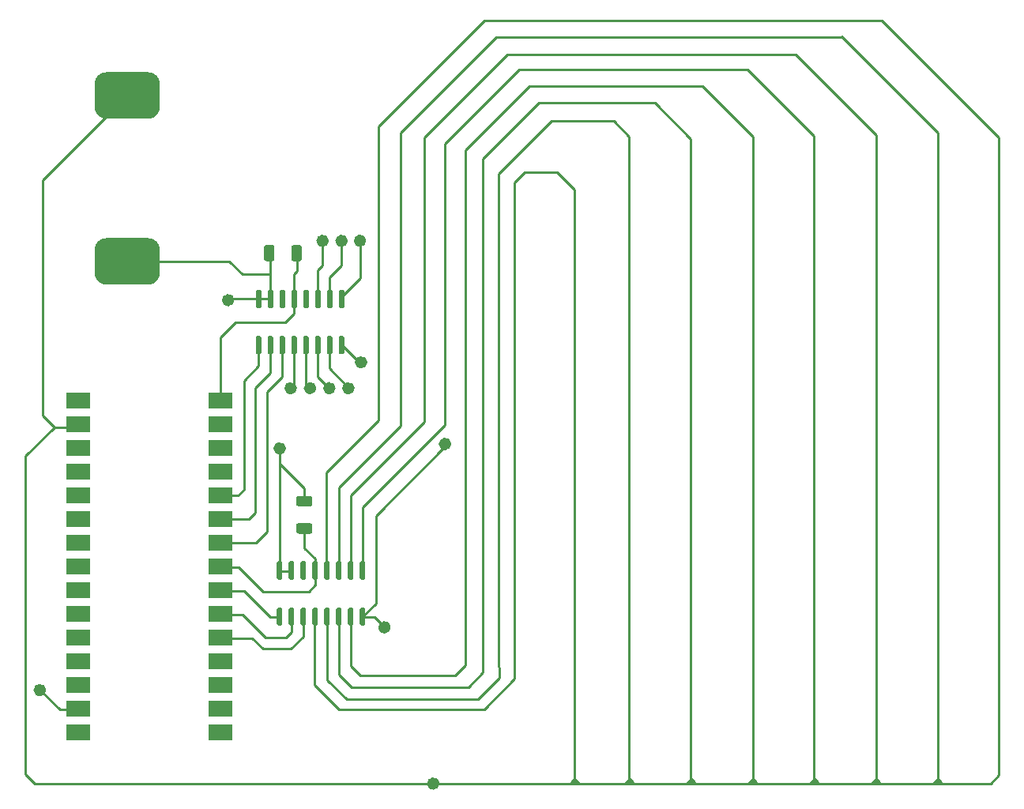
<source format=gbr>
%TF.GenerationSoftware,KiCad,Pcbnew,(6.0.7)*%
%TF.CreationDate,2022-11-27T12:28:35-05:00*%
%TF.ProjectId,double_layer_prototype,646f7562-6c65-45f6-9c61-7965725f7072,rev?*%
%TF.SameCoordinates,Original*%
%TF.FileFunction,Copper,L1,Top*%
%TF.FilePolarity,Positive*%
%FSLAX46Y46*%
G04 Gerber Fmt 4.6, Leading zero omitted, Abs format (unit mm)*
G04 Created by KiCad (PCBNEW (6.0.7)) date 2022-11-27 12:28:35*
%MOMM*%
%LPD*%
G01*
G04 APERTURE LIST*
%TA.AperFunction,NonConductor*%
%ADD10C,0.667961*%
%TD*%
%TA.AperFunction,SMDPad,CuDef*%
%ADD11R,2.500000X1.750000*%
%TD*%
%TA.AperFunction,ViaPad*%
%ADD12C,0.710000*%
%TD*%
%TA.AperFunction,Conductor*%
%ADD13C,0.250000*%
%TD*%
G04 APERTURE END LIST*
D10*
X79023180Y-93005639D02*
G75*
G03*
X79023180Y-93005639I-333980J0D01*
G01*
X75610419Y-108804439D02*
G75*
G03*
X75610419Y-108804439I-333980J0D01*
G01*
X81791780Y-108804439D02*
G75*
G03*
X81791780Y-108804439I-333980J0D01*
G01*
X68904819Y-99364800D02*
G75*
G03*
X68904819Y-99364800I-333980J0D01*
G01*
X77676980Y-108804439D02*
G75*
G03*
X77676980Y-108804439I-333980J0D01*
G01*
X81062258Y-93014800D02*
G75*
G03*
X81062258Y-93014800I-333980J0D01*
G01*
X48723751Y-141158581D02*
G75*
G03*
X48723751Y-141158581I-333980J0D01*
G01*
X83154219Y-106019600D02*
G75*
G03*
X83154219Y-106019600I-333980J0D01*
G01*
X85661741Y-134442200D02*
G75*
G03*
X85661741Y-134442200I-333980J0D01*
G01*
X83036380Y-93005639D02*
G75*
G03*
X83036380Y-93005639I-333980J0D01*
G01*
X90884980Y-151171639D02*
G75*
G03*
X90884980Y-151171639I-333980J0D01*
G01*
X74425780Y-115256039D02*
G75*
G03*
X74425780Y-115256039I-333980J0D01*
G01*
X92145819Y-114782600D02*
G75*
G03*
X92145819Y-114782600I-333980J0D01*
G01*
X79750619Y-108804439D02*
G75*
G03*
X79750619Y-108804439I-333980J0D01*
G01*
%TO.P,U1,1,D3*%
%TO.N,unconnected-(U1-Pad1)*%
%TA.AperFunction,SMDPad,CuDef*%
G36*
G01*
X82831800Y-127360000D02*
X83131800Y-127360000D01*
G75*
G02*
X83281800Y-127510000I0J-150000D01*
G01*
X83281800Y-129160000D01*
G75*
G02*
X83131800Y-129310000I-150000J0D01*
G01*
X82831800Y-129310000D01*
G75*
G02*
X82681800Y-129160000I0J150000D01*
G01*
X82681800Y-127510000D01*
G75*
G02*
X82831800Y-127360000I150000J0D01*
G01*
G37*
%TD.AperFunction*%
%TO.P,U1,2,D2*%
%TO.N,unconnected-(U1-Pad2)*%
%TA.AperFunction,SMDPad,CuDef*%
G36*
G01*
X81561800Y-127360000D02*
X81861800Y-127360000D01*
G75*
G02*
X82011800Y-127510000I0J-150000D01*
G01*
X82011800Y-129160000D01*
G75*
G02*
X81861800Y-129310000I-150000J0D01*
G01*
X81561800Y-129310000D01*
G75*
G02*
X81411800Y-129160000I0J150000D01*
G01*
X81411800Y-127510000D01*
G75*
G02*
X81561800Y-127360000I150000J0D01*
G01*
G37*
%TD.AperFunction*%
%TO.P,U1,3,D1*%
%TO.N,unconnected-(U1-Pad3)*%
%TA.AperFunction,SMDPad,CuDef*%
G36*
G01*
X80291800Y-127360000D02*
X80591800Y-127360000D01*
G75*
G02*
X80741800Y-127510000I0J-150000D01*
G01*
X80741800Y-129160000D01*
G75*
G02*
X80591800Y-129310000I-150000J0D01*
G01*
X80291800Y-129310000D01*
G75*
G02*
X80141800Y-129160000I0J150000D01*
G01*
X80141800Y-127510000D01*
G75*
G02*
X80291800Y-127360000I150000J0D01*
G01*
G37*
%TD.AperFunction*%
%TO.P,U1,4,D0*%
%TO.N,unconnected-(U1-Pad4)*%
%TA.AperFunction,SMDPad,CuDef*%
G36*
G01*
X79021800Y-127360000D02*
X79321800Y-127360000D01*
G75*
G02*
X79471800Y-127510000I0J-150000D01*
G01*
X79471800Y-129160000D01*
G75*
G02*
X79321800Y-129310000I-150000J0D01*
G01*
X79021800Y-129310000D01*
G75*
G02*
X78871800Y-129160000I0J150000D01*
G01*
X78871800Y-127510000D01*
G75*
G02*
X79021800Y-127360000I150000J0D01*
G01*
G37*
%TD.AperFunction*%
%TO.P,U1,5,Y*%
%TO.N,Net-(A1-Pad8)*%
%TA.AperFunction,SMDPad,CuDef*%
G36*
G01*
X77751800Y-127360000D02*
X78051800Y-127360000D01*
G75*
G02*
X78201800Y-127510000I0J-150000D01*
G01*
X78201800Y-129160000D01*
G75*
G02*
X78051800Y-129310000I-150000J0D01*
G01*
X77751800Y-129310000D01*
G75*
G02*
X77601800Y-129160000I0J150000D01*
G01*
X77601800Y-127510000D01*
G75*
G02*
X77751800Y-127360000I150000J0D01*
G01*
G37*
%TD.AperFunction*%
%TO.P,U1,6,W*%
%TO.N,unconnected-(U1-Pad6)*%
%TA.AperFunction,SMDPad,CuDef*%
G36*
G01*
X76481800Y-127360000D02*
X76781800Y-127360000D01*
G75*
G02*
X76931800Y-127510000I0J-150000D01*
G01*
X76931800Y-129160000D01*
G75*
G02*
X76781800Y-129310000I-150000J0D01*
G01*
X76481800Y-129310000D01*
G75*
G02*
X76331800Y-129160000I0J150000D01*
G01*
X76331800Y-127510000D01*
G75*
G02*
X76481800Y-127360000I150000J0D01*
G01*
G37*
%TD.AperFunction*%
%TO.P,U1,7,G'*%
%TO.N,GND*%
%TA.AperFunction,SMDPad,CuDef*%
G36*
G01*
X75211800Y-127360000D02*
X75511800Y-127360000D01*
G75*
G02*
X75661800Y-127510000I0J-150000D01*
G01*
X75661800Y-129160000D01*
G75*
G02*
X75511800Y-129310000I-150000J0D01*
G01*
X75211800Y-129310000D01*
G75*
G02*
X75061800Y-129160000I0J150000D01*
G01*
X75061800Y-127510000D01*
G75*
G02*
X75211800Y-127360000I150000J0D01*
G01*
G37*
%TD.AperFunction*%
%TO.P,U1,8,GND*%
%TA.AperFunction,SMDPad,CuDef*%
G36*
G01*
X73941800Y-127360000D02*
X74241800Y-127360000D01*
G75*
G02*
X74391800Y-127510000I0J-150000D01*
G01*
X74391800Y-129160000D01*
G75*
G02*
X74241800Y-129310000I-150000J0D01*
G01*
X73941800Y-129310000D01*
G75*
G02*
X73791800Y-129160000I0J150000D01*
G01*
X73791800Y-127510000D01*
G75*
G02*
X73941800Y-127360000I150000J0D01*
G01*
G37*
%TD.AperFunction*%
%TO.P,U1,9,C*%
%TO.N,Net-(A1-Pad7)*%
%TA.AperFunction,SMDPad,CuDef*%
G36*
G01*
X73941800Y-132310000D02*
X74241800Y-132310000D01*
G75*
G02*
X74391800Y-132460000I0J-150000D01*
G01*
X74391800Y-134110000D01*
G75*
G02*
X74241800Y-134260000I-150000J0D01*
G01*
X73941800Y-134260000D01*
G75*
G02*
X73791800Y-134110000I0J150000D01*
G01*
X73791800Y-132460000D01*
G75*
G02*
X73941800Y-132310000I150000J0D01*
G01*
G37*
%TD.AperFunction*%
%TO.P,U1,10,B*%
%TO.N,Net-(A1-Pad6)*%
%TA.AperFunction,SMDPad,CuDef*%
G36*
G01*
X75211800Y-132310000D02*
X75511800Y-132310000D01*
G75*
G02*
X75661800Y-132460000I0J-150000D01*
G01*
X75661800Y-134110000D01*
G75*
G02*
X75511800Y-134260000I-150000J0D01*
G01*
X75211800Y-134260000D01*
G75*
G02*
X75061800Y-134110000I0J150000D01*
G01*
X75061800Y-132460000D01*
G75*
G02*
X75211800Y-132310000I150000J0D01*
G01*
G37*
%TD.AperFunction*%
%TO.P,U1,11,A*%
%TO.N,Net-(A1-Pad5)*%
%TA.AperFunction,SMDPad,CuDef*%
G36*
G01*
X76481800Y-132310000D02*
X76781800Y-132310000D01*
G75*
G02*
X76931800Y-132460000I0J-150000D01*
G01*
X76931800Y-134110000D01*
G75*
G02*
X76781800Y-134260000I-150000J0D01*
G01*
X76481800Y-134260000D01*
G75*
G02*
X76331800Y-134110000I0J150000D01*
G01*
X76331800Y-132460000D01*
G75*
G02*
X76481800Y-132310000I150000J0D01*
G01*
G37*
%TD.AperFunction*%
%TO.P,U1,12,D7*%
%TO.N,unconnected-(U1-Pad12)*%
%TA.AperFunction,SMDPad,CuDef*%
G36*
G01*
X77751800Y-132310000D02*
X78051800Y-132310000D01*
G75*
G02*
X78201800Y-132460000I0J-150000D01*
G01*
X78201800Y-134110000D01*
G75*
G02*
X78051800Y-134260000I-150000J0D01*
G01*
X77751800Y-134260000D01*
G75*
G02*
X77601800Y-134110000I0J150000D01*
G01*
X77601800Y-132460000D01*
G75*
G02*
X77751800Y-132310000I150000J0D01*
G01*
G37*
%TD.AperFunction*%
%TO.P,U1,13,D6*%
%TO.N,unconnected-(U1-Pad13)*%
%TA.AperFunction,SMDPad,CuDef*%
G36*
G01*
X79021800Y-132310000D02*
X79321800Y-132310000D01*
G75*
G02*
X79471800Y-132460000I0J-150000D01*
G01*
X79471800Y-134110000D01*
G75*
G02*
X79321800Y-134260000I-150000J0D01*
G01*
X79021800Y-134260000D01*
G75*
G02*
X78871800Y-134110000I0J150000D01*
G01*
X78871800Y-132460000D01*
G75*
G02*
X79021800Y-132310000I150000J0D01*
G01*
G37*
%TD.AperFunction*%
%TO.P,U1,14,D5*%
%TO.N,unconnected-(U1-Pad14)*%
%TA.AperFunction,SMDPad,CuDef*%
G36*
G01*
X80291800Y-132310000D02*
X80591800Y-132310000D01*
G75*
G02*
X80741800Y-132460000I0J-150000D01*
G01*
X80741800Y-134110000D01*
G75*
G02*
X80591800Y-134260000I-150000J0D01*
G01*
X80291800Y-134260000D01*
G75*
G02*
X80141800Y-134110000I0J150000D01*
G01*
X80141800Y-132460000D01*
G75*
G02*
X80291800Y-132310000I150000J0D01*
G01*
G37*
%TD.AperFunction*%
%TO.P,U1,15,D4*%
%TO.N,unconnected-(U1-Pad15)*%
%TA.AperFunction,SMDPad,CuDef*%
G36*
G01*
X81561800Y-132310000D02*
X81861800Y-132310000D01*
G75*
G02*
X82011800Y-132460000I0J-150000D01*
G01*
X82011800Y-134110000D01*
G75*
G02*
X81861800Y-134260000I-150000J0D01*
G01*
X81561800Y-134260000D01*
G75*
G02*
X81411800Y-134110000I0J150000D01*
G01*
X81411800Y-132460000D01*
G75*
G02*
X81561800Y-132310000I150000J0D01*
G01*
G37*
%TD.AperFunction*%
%TO.P,U1,16,Vcc*%
%TO.N,Net-(A1-Pad17)*%
%TA.AperFunction,SMDPad,CuDef*%
G36*
G01*
X82831800Y-132310000D02*
X83131800Y-132310000D01*
G75*
G02*
X83281800Y-132460000I0J-150000D01*
G01*
X83281800Y-134110000D01*
G75*
G02*
X83131800Y-134260000I-150000J0D01*
G01*
X82831800Y-134260000D01*
G75*
G02*
X82681800Y-134110000I0J150000D01*
G01*
X82681800Y-132460000D01*
G75*
G02*
X82831800Y-132310000I150000J0D01*
G01*
G37*
%TD.AperFunction*%
%TD*%
%TO.P,R2,1*%
%TO.N,Net-(A1-Pad8)*%
%TA.AperFunction,SMDPad,CuDef*%
G36*
G01*
X77358400Y-124402200D02*
X76108400Y-124402200D01*
G75*
G02*
X75858400Y-124152200I0J250000D01*
G01*
X75858400Y-123527200D01*
G75*
G02*
X76108400Y-123277200I250000J0D01*
G01*
X77358400Y-123277200D01*
G75*
G02*
X77608400Y-123527200I0J-250000D01*
G01*
X77608400Y-124152200D01*
G75*
G02*
X77358400Y-124402200I-250000J0D01*
G01*
G37*
%TD.AperFunction*%
%TO.P,R2,2*%
%TO.N,GND*%
%TA.AperFunction,SMDPad,CuDef*%
G36*
G01*
X77358400Y-121477200D02*
X76108400Y-121477200D01*
G75*
G02*
X75858400Y-121227200I0J250000D01*
G01*
X75858400Y-120602200D01*
G75*
G02*
X76108400Y-120352200I250000J0D01*
G01*
X77358400Y-120352200D01*
G75*
G02*
X77608400Y-120602200I0J-250000D01*
G01*
X77608400Y-121227200D01*
G75*
G02*
X77358400Y-121477200I-250000J0D01*
G01*
G37*
%TD.AperFunction*%
%TD*%
%TO.P,J1,1,Pin_1*%
%TO.N,GND*%
%TA.AperFunction,SMDPad,CuDef*%
G36*
G01*
X60009600Y-97724600D02*
X55509600Y-97724600D01*
G75*
G02*
X54259600Y-96474600I0J1250000D01*
G01*
X54259600Y-93974600D01*
G75*
G02*
X55509600Y-92724600I1250000J0D01*
G01*
X60009600Y-92724600D01*
G75*
G02*
X61259600Y-93974600I0J-1250000D01*
G01*
X61259600Y-96474600D01*
G75*
G02*
X60009600Y-97724600I-1250000J0D01*
G01*
G37*
%TD.AperFunction*%
%TO.P,J1,2,Pin_2*%
%TO.N,Net-(A1-Pad17)*%
%TA.AperFunction,SMDPad,CuDef*%
G36*
G01*
X60009600Y-79944600D02*
X55509600Y-79944600D01*
G75*
G02*
X54259600Y-78694600I0J1250000D01*
G01*
X54259600Y-76194600D01*
G75*
G02*
X55509600Y-74944600I1250000J0D01*
G01*
X60009600Y-74944600D01*
G75*
G02*
X61259600Y-76194600I0J-1250000D01*
G01*
X61259600Y-78694600D01*
G75*
G02*
X60009600Y-79944600I-1250000J0D01*
G01*
G37*
%TD.AperFunction*%
%TD*%
%TO.P,R1,1*%
%TO.N,GND*%
%TA.AperFunction,SMDPad,CuDef*%
G36*
G01*
X72422400Y-94960600D02*
X72422400Y-93710600D01*
G75*
G02*
X72672400Y-93460600I250000J0D01*
G01*
X73297400Y-93460600D01*
G75*
G02*
X73547400Y-93710600I0J-250000D01*
G01*
X73547400Y-94960600D01*
G75*
G02*
X73297400Y-95210600I-250000J0D01*
G01*
X72672400Y-95210600D01*
G75*
G02*
X72422400Y-94960600I0J250000D01*
G01*
G37*
%TD.AperFunction*%
%TO.P,R1,2*%
%TO.N,Net-(A1-Pad15)*%
%TA.AperFunction,SMDPad,CuDef*%
G36*
G01*
X75347400Y-94960600D02*
X75347400Y-93710600D01*
G75*
G02*
X75597400Y-93460600I250000J0D01*
G01*
X76222400Y-93460600D01*
G75*
G02*
X76472400Y-93710600I0J-250000D01*
G01*
X76472400Y-94960600D01*
G75*
G02*
X76222400Y-95210600I-250000J0D01*
G01*
X75597400Y-95210600D01*
G75*
G02*
X75347400Y-94960600I0J250000D01*
G01*
G37*
%TD.AperFunction*%
%TD*%
%TO.P,U2,1,D3*%
%TO.N,unconnected-(U2-Pad1)*%
%TA.AperFunction,SMDPad,CuDef*%
G36*
G01*
X80571200Y-98277000D02*
X80871200Y-98277000D01*
G75*
G02*
X81021200Y-98427000I0J-150000D01*
G01*
X81021200Y-100077000D01*
G75*
G02*
X80871200Y-100227000I-150000J0D01*
G01*
X80571200Y-100227000D01*
G75*
G02*
X80421200Y-100077000I0J150000D01*
G01*
X80421200Y-98427000D01*
G75*
G02*
X80571200Y-98277000I150000J0D01*
G01*
G37*
%TD.AperFunction*%
%TO.P,U2,2,D2*%
%TO.N,unconnected-(U2-Pad2)*%
%TA.AperFunction,SMDPad,CuDef*%
G36*
G01*
X79301200Y-98277000D02*
X79601200Y-98277000D01*
G75*
G02*
X79751200Y-98427000I0J-150000D01*
G01*
X79751200Y-100077000D01*
G75*
G02*
X79601200Y-100227000I-150000J0D01*
G01*
X79301200Y-100227000D01*
G75*
G02*
X79151200Y-100077000I0J150000D01*
G01*
X79151200Y-98427000D01*
G75*
G02*
X79301200Y-98277000I150000J0D01*
G01*
G37*
%TD.AperFunction*%
%TO.P,U2,3,D1*%
%TO.N,unconnected-(U2-Pad3)*%
%TA.AperFunction,SMDPad,CuDef*%
G36*
G01*
X78031200Y-98277000D02*
X78331200Y-98277000D01*
G75*
G02*
X78481200Y-98427000I0J-150000D01*
G01*
X78481200Y-100077000D01*
G75*
G02*
X78331200Y-100227000I-150000J0D01*
G01*
X78031200Y-100227000D01*
G75*
G02*
X77881200Y-100077000I0J150000D01*
G01*
X77881200Y-98427000D01*
G75*
G02*
X78031200Y-98277000I150000J0D01*
G01*
G37*
%TD.AperFunction*%
%TO.P,U2,4,D0*%
%TO.N,unconnected-(U2-Pad4)*%
%TA.AperFunction,SMDPad,CuDef*%
G36*
G01*
X76761200Y-98277000D02*
X77061200Y-98277000D01*
G75*
G02*
X77211200Y-98427000I0J-150000D01*
G01*
X77211200Y-100077000D01*
G75*
G02*
X77061200Y-100227000I-150000J0D01*
G01*
X76761200Y-100227000D01*
G75*
G02*
X76611200Y-100077000I0J150000D01*
G01*
X76611200Y-98427000D01*
G75*
G02*
X76761200Y-98277000I150000J0D01*
G01*
G37*
%TD.AperFunction*%
%TO.P,U2,5,Y*%
%TO.N,Net-(A1-Pad15)*%
%TA.AperFunction,SMDPad,CuDef*%
G36*
G01*
X75491200Y-98277000D02*
X75791200Y-98277000D01*
G75*
G02*
X75941200Y-98427000I0J-150000D01*
G01*
X75941200Y-100077000D01*
G75*
G02*
X75791200Y-100227000I-150000J0D01*
G01*
X75491200Y-100227000D01*
G75*
G02*
X75341200Y-100077000I0J150000D01*
G01*
X75341200Y-98427000D01*
G75*
G02*
X75491200Y-98277000I150000J0D01*
G01*
G37*
%TD.AperFunction*%
%TO.P,U2,6,W*%
%TO.N,unconnected-(U2-Pad6)*%
%TA.AperFunction,SMDPad,CuDef*%
G36*
G01*
X74221200Y-98277000D02*
X74521200Y-98277000D01*
G75*
G02*
X74671200Y-98427000I0J-150000D01*
G01*
X74671200Y-100077000D01*
G75*
G02*
X74521200Y-100227000I-150000J0D01*
G01*
X74221200Y-100227000D01*
G75*
G02*
X74071200Y-100077000I0J150000D01*
G01*
X74071200Y-98427000D01*
G75*
G02*
X74221200Y-98277000I150000J0D01*
G01*
G37*
%TD.AperFunction*%
%TO.P,U2,7,G'*%
%TO.N,GND*%
%TA.AperFunction,SMDPad,CuDef*%
G36*
G01*
X72951200Y-98277000D02*
X73251200Y-98277000D01*
G75*
G02*
X73401200Y-98427000I0J-150000D01*
G01*
X73401200Y-100077000D01*
G75*
G02*
X73251200Y-100227000I-150000J0D01*
G01*
X72951200Y-100227000D01*
G75*
G02*
X72801200Y-100077000I0J150000D01*
G01*
X72801200Y-98427000D01*
G75*
G02*
X72951200Y-98277000I150000J0D01*
G01*
G37*
%TD.AperFunction*%
%TO.P,U2,8,GND*%
%TA.AperFunction,SMDPad,CuDef*%
G36*
G01*
X71681200Y-98277000D02*
X71981200Y-98277000D01*
G75*
G02*
X72131200Y-98427000I0J-150000D01*
G01*
X72131200Y-100077000D01*
G75*
G02*
X71981200Y-100227000I-150000J0D01*
G01*
X71681200Y-100227000D01*
G75*
G02*
X71531200Y-100077000I0J150000D01*
G01*
X71531200Y-98427000D01*
G75*
G02*
X71681200Y-98277000I150000J0D01*
G01*
G37*
%TD.AperFunction*%
%TO.P,U2,9,C*%
%TO.N,Net-(A1-Pad11)*%
%TA.AperFunction,SMDPad,CuDef*%
G36*
G01*
X71681200Y-103227000D02*
X71981200Y-103227000D01*
G75*
G02*
X72131200Y-103377000I0J-150000D01*
G01*
X72131200Y-105027000D01*
G75*
G02*
X71981200Y-105177000I-150000J0D01*
G01*
X71681200Y-105177000D01*
G75*
G02*
X71531200Y-105027000I0J150000D01*
G01*
X71531200Y-103377000D01*
G75*
G02*
X71681200Y-103227000I150000J0D01*
G01*
G37*
%TD.AperFunction*%
%TO.P,U2,10,B*%
%TO.N,Net-(A1-Pad10)*%
%TA.AperFunction,SMDPad,CuDef*%
G36*
G01*
X72951200Y-103227000D02*
X73251200Y-103227000D01*
G75*
G02*
X73401200Y-103377000I0J-150000D01*
G01*
X73401200Y-105027000D01*
G75*
G02*
X73251200Y-105177000I-150000J0D01*
G01*
X72951200Y-105177000D01*
G75*
G02*
X72801200Y-105027000I0J150000D01*
G01*
X72801200Y-103377000D01*
G75*
G02*
X72951200Y-103227000I150000J0D01*
G01*
G37*
%TD.AperFunction*%
%TO.P,U2,11,A*%
%TO.N,Net-(A1-Pad9)*%
%TA.AperFunction,SMDPad,CuDef*%
G36*
G01*
X74221200Y-103227000D02*
X74521200Y-103227000D01*
G75*
G02*
X74671200Y-103377000I0J-150000D01*
G01*
X74671200Y-105027000D01*
G75*
G02*
X74521200Y-105177000I-150000J0D01*
G01*
X74221200Y-105177000D01*
G75*
G02*
X74071200Y-105027000I0J150000D01*
G01*
X74071200Y-103377000D01*
G75*
G02*
X74221200Y-103227000I150000J0D01*
G01*
G37*
%TD.AperFunction*%
%TO.P,U2,12,D7*%
%TO.N,unconnected-(U2-Pad12)*%
%TA.AperFunction,SMDPad,CuDef*%
G36*
G01*
X75491200Y-103227000D02*
X75791200Y-103227000D01*
G75*
G02*
X75941200Y-103377000I0J-150000D01*
G01*
X75941200Y-105027000D01*
G75*
G02*
X75791200Y-105177000I-150000J0D01*
G01*
X75491200Y-105177000D01*
G75*
G02*
X75341200Y-105027000I0J150000D01*
G01*
X75341200Y-103377000D01*
G75*
G02*
X75491200Y-103227000I150000J0D01*
G01*
G37*
%TD.AperFunction*%
%TO.P,U2,13,D6*%
%TO.N,unconnected-(U2-Pad13)*%
%TA.AperFunction,SMDPad,CuDef*%
G36*
G01*
X76761200Y-103227000D02*
X77061200Y-103227000D01*
G75*
G02*
X77211200Y-103377000I0J-150000D01*
G01*
X77211200Y-105027000D01*
G75*
G02*
X77061200Y-105177000I-150000J0D01*
G01*
X76761200Y-105177000D01*
G75*
G02*
X76611200Y-105027000I0J150000D01*
G01*
X76611200Y-103377000D01*
G75*
G02*
X76761200Y-103227000I150000J0D01*
G01*
G37*
%TD.AperFunction*%
%TO.P,U2,14,D5*%
%TO.N,unconnected-(U2-Pad14)*%
%TA.AperFunction,SMDPad,CuDef*%
G36*
G01*
X78031200Y-103227000D02*
X78331200Y-103227000D01*
G75*
G02*
X78481200Y-103377000I0J-150000D01*
G01*
X78481200Y-105027000D01*
G75*
G02*
X78331200Y-105177000I-150000J0D01*
G01*
X78031200Y-105177000D01*
G75*
G02*
X77881200Y-105027000I0J150000D01*
G01*
X77881200Y-103377000D01*
G75*
G02*
X78031200Y-103227000I150000J0D01*
G01*
G37*
%TD.AperFunction*%
%TO.P,U2,15,D4*%
%TO.N,unconnected-(U2-Pad15)*%
%TA.AperFunction,SMDPad,CuDef*%
G36*
G01*
X79301200Y-103227000D02*
X79601200Y-103227000D01*
G75*
G02*
X79751200Y-103377000I0J-150000D01*
G01*
X79751200Y-105027000D01*
G75*
G02*
X79601200Y-105177000I-150000J0D01*
G01*
X79301200Y-105177000D01*
G75*
G02*
X79151200Y-105027000I0J150000D01*
G01*
X79151200Y-103377000D01*
G75*
G02*
X79301200Y-103227000I150000J0D01*
G01*
G37*
%TD.AperFunction*%
%TO.P,U2,16,Vcc*%
%TO.N,Net-(A1-Pad17)*%
%TA.AperFunction,SMDPad,CuDef*%
G36*
G01*
X80571200Y-103227000D02*
X80871200Y-103227000D01*
G75*
G02*
X81021200Y-103377000I0J-150000D01*
G01*
X81021200Y-105027000D01*
G75*
G02*
X80871200Y-105177000I-150000J0D01*
G01*
X80571200Y-105177000D01*
G75*
G02*
X80421200Y-105027000I0J150000D01*
G01*
X80421200Y-103377000D01*
G75*
G02*
X80571200Y-103227000I150000J0D01*
G01*
G37*
%TD.AperFunction*%
%TD*%
D11*
%TO.P,A1,1,D1/TX*%
%TO.N,unconnected-(A1-Pad1)*%
X67731800Y-145719800D03*
%TO.P,A1,2,D0/RX*%
%TO.N,unconnected-(A1-Pad2)*%
X67731800Y-143179800D03*
%TO.P,A1,3,~{RESET}*%
%TO.N,unconnected-(A1-Pad3)*%
X67731800Y-140639800D03*
%TO.P,A1,4,GND*%
%TO.N,GND*%
X67731800Y-138099800D03*
%TO.P,A1,5,D2*%
%TO.N,Net-(A1-Pad5)*%
X67731800Y-135559800D03*
%TO.P,A1,6,D3*%
%TO.N,Net-(A1-Pad6)*%
X67731800Y-133019800D03*
%TO.P,A1,7,D4*%
%TO.N,Net-(A1-Pad7)*%
X67731800Y-130479800D03*
%TO.P,A1,8,D5*%
%TO.N,Net-(A1-Pad8)*%
X67731800Y-127939800D03*
%TO.P,A1,9,D6*%
%TO.N,Net-(A1-Pad9)*%
X67731800Y-125399800D03*
%TO.P,A1,10,D7*%
%TO.N,Net-(A1-Pad10)*%
X67731800Y-122859800D03*
%TO.P,A1,11,D8*%
%TO.N,Net-(A1-Pad11)*%
X67731800Y-120319800D03*
%TO.P,A1,12,D9*%
%TO.N,unconnected-(A1-Pad12)*%
X67731800Y-117779800D03*
%TO.P,A1,13,D10*%
%TO.N,unconnected-(A1-Pad13)*%
X67731800Y-115239800D03*
%TO.P,A1,14,D11*%
%TO.N,unconnected-(A1-Pad14)*%
X67731800Y-112699800D03*
%TO.P,A1,15,D12*%
%TO.N,Net-(A1-Pad15)*%
X67731800Y-110159800D03*
%TO.P,A1,16,D13*%
%TO.N,unconnected-(A1-Pad16)*%
X52491800Y-110159800D03*
%TO.P,A1,17,3V3*%
%TO.N,Net-(A1-Pad17)*%
X52491800Y-112699800D03*
%TO.P,A1,18,AREF*%
%TO.N,unconnected-(A1-Pad18)*%
X52491800Y-115239800D03*
%TO.P,A1,19,A0*%
%TO.N,unconnected-(A1-Pad19)*%
X52491800Y-117779800D03*
%TO.P,A1,20,A1*%
%TO.N,unconnected-(A1-Pad20)*%
X52491800Y-120319800D03*
%TO.P,A1,21,A2*%
%TO.N,unconnected-(A1-Pad21)*%
X52491800Y-122859800D03*
%TO.P,A1,22,A3*%
%TO.N,unconnected-(A1-Pad22)*%
X52491800Y-125399800D03*
%TO.P,A1,23,A4*%
%TO.N,unconnected-(A1-Pad23)*%
X52491800Y-127939800D03*
%TO.P,A1,24,A5*%
%TO.N,unconnected-(A1-Pad24)*%
X52491800Y-130479800D03*
%TO.P,A1,25,A6*%
%TO.N,unconnected-(A1-Pad25)*%
X52491800Y-133019800D03*
%TO.P,A1,26,A7*%
%TO.N,unconnected-(A1-Pad26)*%
X52491800Y-135559800D03*
%TO.P,A1,27,+5V*%
%TO.N,unconnected-(A1-Pad27)*%
X52491800Y-138099800D03*
%TO.P,A1,28,~{RESET}*%
%TO.N,unconnected-(A1-Pad28)*%
X52491800Y-140639800D03*
%TO.P,A1,29,GND*%
%TO.N,GND*%
X52491800Y-143179800D03*
%TO.P,A1,30,VIN*%
%TO.N,unconnected-(A1-Pad30)*%
X52491800Y-145719800D03*
%TD*%
D12*
%TO.N,*%
X81457800Y-108804439D03*
X91811839Y-114782600D03*
X78689200Y-93005639D03*
X77343000Y-108762800D03*
X48389771Y-141158581D03*
X80728278Y-93014800D03*
X90551000Y-151171639D03*
X75276439Y-108804439D03*
X74091800Y-115256039D03*
X82820239Y-106019600D03*
X82702400Y-93005639D03*
X68570839Y-99364800D03*
X79416639Y-108804439D03*
X85327761Y-134442200D03*
%TD*%
D13*
%TO.N,Net-(A1-Pad17)*%
X48717200Y-86487000D02*
X57759600Y-77444600D01*
X48717200Y-111734600D02*
X48717200Y-86487000D01*
X49961800Y-112979200D02*
X48717200Y-111734600D01*
%TO.N,GND*%
X73101200Y-99252000D02*
X73101200Y-96621600D01*
X57759600Y-95224600D02*
X68707000Y-95224600D01*
X51310771Y-143250542D02*
X50548771Y-143250542D01*
X76733400Y-119532400D02*
X74091800Y-116890800D01*
X50548771Y-143250542D02*
X48389771Y-141091542D01*
X74091800Y-116890800D02*
X74091800Y-115189000D01*
X73101200Y-96621600D02*
X73101200Y-94451900D01*
X71831200Y-99252000D02*
X68616600Y-99252000D01*
X74091800Y-128385800D02*
X74091800Y-116890800D01*
X76733400Y-120914700D02*
X76733400Y-119532400D01*
X73075800Y-99252000D02*
X71805800Y-99252000D01*
X73101200Y-94451900D02*
X72984900Y-94335600D01*
X68616600Y-99252000D02*
X68580000Y-99288600D01*
X68707000Y-95224600D02*
X70104000Y-96621600D01*
X70104000Y-96621600D02*
X73101200Y-96621600D01*
X74117200Y-128385800D02*
X75387200Y-128385800D01*
%TO.N,Net-(A1-Pad7)*%
X73061600Y-133310400D02*
X70256400Y-130505200D01*
X74091800Y-133310400D02*
X73061600Y-133310400D01*
X70256400Y-130505200D02*
X67808000Y-130505200D01*
%TO.N,Net-(A1-Pad5)*%
X71145400Y-135585200D02*
X67808000Y-135585200D01*
X76631800Y-133310400D02*
X76631800Y-135432800D01*
X76631800Y-135432800D02*
X75311000Y-136753600D01*
X72313800Y-136753600D02*
X71145400Y-135585200D01*
X75311000Y-136753600D02*
X72313800Y-136753600D01*
%TO.N,Net-(A1-Pad6)*%
X72593200Y-135534400D02*
X70104000Y-133045200D01*
X70104000Y-133045200D02*
X67808000Y-133045200D01*
X74803000Y-135534400D02*
X72593200Y-135534400D01*
X75361800Y-133310400D02*
X75361800Y-134975600D01*
X75361800Y-134975600D02*
X74803000Y-135534400D01*
%TO.N,Net-(A1-Pad8)*%
X76733400Y-125933200D02*
X76733400Y-123839700D01*
X72339200Y-130581400D02*
X69723000Y-127965200D01*
X77901800Y-129870200D02*
X77190600Y-130581400D01*
X69723000Y-127965200D02*
X67808000Y-127965200D01*
X77927200Y-128385800D02*
X77927200Y-128762551D01*
X77190600Y-130581400D02*
X72339200Y-130581400D01*
X77901800Y-128335000D02*
X77901800Y-127101600D01*
X77901800Y-128787951D02*
X77901800Y-129870200D01*
X77901800Y-127101600D02*
X76733400Y-125933200D01*
X77927200Y-128762551D02*
X77901800Y-128787951D01*
%TO.N,Net-(A1-Pad9)*%
X74345800Y-107594400D02*
X72720200Y-109220000D01*
X74345800Y-104202000D02*
X74345800Y-107594400D01*
X71526400Y-125399800D02*
X67731800Y-125399800D01*
X72720200Y-124206000D02*
X71526400Y-125399800D01*
X72720200Y-109220000D02*
X72720200Y-124206000D01*
%TO.N,Net-(A1-Pad10)*%
X73075800Y-107137200D02*
X71475600Y-108737400D01*
X71475600Y-122174000D02*
X70789800Y-122859800D01*
X71475600Y-108737400D02*
X71475600Y-122174000D01*
X73075800Y-104202000D02*
X73075800Y-107137200D01*
X70789800Y-122859800D02*
X67731800Y-122859800D01*
%TO.N,unconnected-(U2-Pad3)*%
X79451200Y-99252000D02*
X79451200Y-96926400D01*
X78181200Y-96164400D02*
X78663800Y-95681800D01*
X75590400Y-104252800D02*
X75590400Y-108407200D01*
X78181200Y-99339400D02*
X78181200Y-96164400D01*
X75590400Y-108407200D02*
X75209400Y-108788200D01*
X79400400Y-104252800D02*
X79400400Y-106680000D01*
X80737439Y-93091000D02*
X80712039Y-93065600D01*
X79400400Y-106680000D02*
X81483200Y-108762800D01*
X78756239Y-93141800D02*
X78680039Y-93065600D01*
X80746600Y-98933000D02*
X82702400Y-96977200D01*
X78130400Y-104252800D02*
X78130400Y-107569000D01*
X78130400Y-107569000D02*
X79400400Y-108839000D01*
X80746600Y-99288600D02*
X80746600Y-98933000D01*
X79425800Y-99288600D02*
X79425800Y-98653600D01*
X78663800Y-95681800D02*
X78663800Y-93065600D01*
X76860400Y-104252800D02*
X76860400Y-108407200D01*
X82702400Y-96977200D02*
X82702400Y-93091000D01*
X80721200Y-95656400D02*
X80721200Y-93116400D01*
X76860400Y-108407200D02*
X77317600Y-108864400D01*
X79451200Y-96926400D02*
X80721200Y-95656400D01*
%TO.N,Net-(A1-Pad11)*%
X69621400Y-120319800D02*
X67731800Y-120319800D01*
X71805800Y-106426000D02*
X70256400Y-107975400D01*
X70256400Y-107975400D02*
X70256400Y-119684800D01*
X71805800Y-104202000D02*
X71805800Y-106426000D01*
X70256400Y-119684800D02*
X69621400Y-120319800D01*
%TO.N,Net-(A1-Pad17)*%
X144627600Y-150736258D02*
X144602200Y-150736258D01*
X77851000Y-140639800D02*
X77851000Y-133350000D01*
X118059200Y-151053800D02*
X118186200Y-150926800D01*
X105331029Y-151059258D02*
X105712029Y-150678258D01*
X49961800Y-112979200D02*
X51767200Y-112979200D01*
X96023357Y-75525557D02*
X95608371Y-75940542D01*
X150266400Y-151180800D02*
X47846400Y-151180800D01*
X91857600Y-114669800D02*
X91821000Y-114706400D01*
X134216371Y-71190742D02*
X97284771Y-71190742D01*
X82981800Y-133335800D02*
X84237600Y-133335800D01*
X105712029Y-150678258D02*
X106093029Y-151059258D01*
X111582200Y-150672800D02*
X111963200Y-151053800D01*
X84709000Y-80743912D02*
X84709000Y-112217200D01*
X98715756Y-75703356D02*
X97360971Y-77058142D01*
X124259571Y-74645142D02*
X99773971Y-74645142D01*
X105714800Y-87528400D02*
X103809800Y-85623400D01*
X124795658Y-151186258D02*
X124815600Y-151166316D01*
X138627375Y-69429546D02*
X151158171Y-81960342D01*
X80721200Y-104202000D02*
X80808600Y-104202000D01*
X111538459Y-150570030D02*
X111538459Y-81812230D01*
X124790200Y-150672800D02*
X125171200Y-151053800D01*
X96065571Y-69387342D02*
X93927856Y-71525056D01*
X46865771Y-150200171D02*
X46865771Y-116075229D01*
X129415771Y-73070342D02*
X98478571Y-73070342D01*
X82866000Y-105906800D02*
X82829400Y-105943400D01*
X109883171Y-80156942D02*
X103253771Y-80156942D01*
X80416400Y-139471400D02*
X80416400Y-133350000D01*
X138252200Y-151053800D02*
X137744200Y-151053800D01*
X96023357Y-75525557D02*
X89585800Y-81963114D01*
X97586800Y-85826600D02*
X97586800Y-138684000D01*
X94005400Y-138480800D02*
X92887800Y-139598400D01*
X137997361Y-81651932D02*
X129415771Y-73070342D01*
X105712029Y-150932258D02*
X105458029Y-151186258D01*
X92887800Y-139598400D02*
X82727800Y-139598400D01*
X131394200Y-150672800D02*
X131775200Y-151053800D01*
X137998200Y-150736258D02*
X138003722Y-150736258D01*
X89585800Y-81963114D02*
X89585800Y-112395000D01*
X87045800Y-112877600D02*
X80441800Y-119481600D01*
X124917200Y-150926800D02*
X124663200Y-151180800D01*
X105966029Y-151059258D02*
X105458029Y-151059258D01*
X118186200Y-150926800D02*
X117932200Y-151180800D01*
X82981800Y-121564400D02*
X82981800Y-128295400D01*
X111201200Y-151053800D02*
X111582200Y-150672800D01*
X138125200Y-150926800D02*
X137871200Y-151180800D01*
X144602200Y-150672800D02*
X144983200Y-151053800D01*
X89585800Y-112395000D02*
X81711800Y-120269000D01*
X118440200Y-151053800D02*
X117932200Y-151053800D01*
X81254600Y-142163800D02*
X79197200Y-140106400D01*
X81711800Y-120269000D02*
X81711800Y-128295400D01*
X105714800Y-150672800D02*
X105714800Y-87528400D01*
X119368738Y-76397742D02*
X100866171Y-76397742D01*
X79121000Y-117805200D02*
X79121000Y-128295400D01*
X97586800Y-138684000D02*
X97637600Y-138734800D01*
X137617200Y-151053800D02*
X137998200Y-150672800D01*
X103253771Y-80156942D02*
X102364771Y-81045942D01*
X151158171Y-81960342D02*
X151158171Y-150235542D01*
X91770200Y-82648912D02*
X91770200Y-112776000D01*
X94005400Y-83258512D02*
X94005400Y-138480800D01*
X131371571Y-150641942D02*
X131371571Y-81757142D01*
X124663200Y-151053800D02*
X124790200Y-150926800D01*
X117805200Y-151053800D02*
X118186200Y-150672800D01*
X98478571Y-73070342D02*
X96023357Y-75525557D01*
X111455200Y-151053800D02*
X111582200Y-150926800D01*
X144983200Y-151053800D02*
X144475200Y-151053800D01*
X131648200Y-151053800D02*
X131140200Y-151053800D01*
X138728975Y-69387342D02*
X96065571Y-69387342D01*
X87045800Y-81429712D02*
X87045800Y-112877600D01*
X95885000Y-139268200D02*
X94310200Y-140843000D01*
X84709000Y-112217200D02*
X79121000Y-117805200D01*
X144604971Y-81401542D02*
X144604971Y-150730800D01*
X134313683Y-71110254D02*
X144604971Y-81401542D01*
X124792971Y-81821975D02*
X119368738Y-76397742D01*
X82981800Y-133285000D02*
X84404200Y-131862600D01*
X93927856Y-71525056D02*
X92966771Y-72486142D01*
X111538459Y-81812230D02*
X109883171Y-80156942D01*
X81737200Y-138607800D02*
X81737200Y-133350000D01*
X124792971Y-151160858D02*
X124792971Y-81821975D01*
X103809800Y-85623400D02*
X100380800Y-85623400D01*
X131267200Y-151053800D02*
X131394200Y-150926800D01*
X91770200Y-112776000D02*
X82981800Y-121564400D01*
X131013200Y-151053800D02*
X131394200Y-150672800D01*
X97637600Y-139852400D02*
X95326200Y-142163800D01*
X131371571Y-81757142D02*
X124259571Y-74645142D01*
X114274600Y-78226542D02*
X101856771Y-78226542D01*
X95502656Y-72972856D02*
X87045800Y-81429712D01*
X138003722Y-150736258D02*
X138019990Y-150719990D01*
X81788000Y-140843000D02*
X80416400Y-139471400D01*
X95502656Y-72972856D02*
X94084371Y-74391142D01*
X101598656Y-78484656D02*
X95885000Y-84198312D01*
X47846400Y-151180800D02*
X46865771Y-150200171D01*
X118163571Y-150997542D02*
X118163571Y-82115513D01*
X102364771Y-81045942D02*
X102364771Y-81048629D01*
X99263200Y-139954000D02*
X95986600Y-143230600D01*
X137997361Y-150714532D02*
X137997361Y-81651932D01*
X84404200Y-122453400D02*
X91871800Y-114985800D01*
X80441800Y-143230600D02*
X77851000Y-140639800D01*
X82727800Y-139598400D02*
X81737200Y-138607800D01*
X98715756Y-75703356D02*
X91770200Y-82648912D01*
X101856771Y-78226542D02*
X101598656Y-78484656D01*
X102364771Y-81048629D02*
X97586800Y-85826600D01*
X131521200Y-150926800D02*
X131267200Y-151180800D01*
X79197200Y-140106400D02*
X79197200Y-133350000D01*
X99773971Y-74645142D02*
X98715756Y-75703356D01*
X137998200Y-150672800D02*
X138379200Y-151053800D01*
X144221200Y-151053800D02*
X144602200Y-150672800D01*
X84237600Y-133335800D02*
X85344000Y-134442200D01*
X46865771Y-116075229D02*
X49961800Y-112979200D01*
X99553956Y-77709956D02*
X94005400Y-83258512D01*
X137871200Y-151053800D02*
X137998200Y-150926800D01*
X95885000Y-84198312D02*
X95885000Y-139268200D01*
X101598656Y-78484656D02*
X100688371Y-79394942D01*
X93927856Y-71525056D02*
X84709000Y-80743912D01*
X118186200Y-150672800D02*
X118567200Y-151053800D01*
X99263200Y-86741000D02*
X99263200Y-139954000D01*
X97637600Y-138734800D02*
X97637600Y-139852400D01*
X111836200Y-151053800D02*
X111328200Y-151053800D01*
X80441800Y-119481600D02*
X80441800Y-128295400D01*
X94310200Y-140843000D02*
X81788000Y-140843000D01*
X125171200Y-151053800D02*
X124663200Y-151053800D01*
X100866171Y-76397742D02*
X99553956Y-77709956D01*
X144475200Y-151053800D02*
X144602200Y-150926800D01*
X100380800Y-85623400D02*
X99263200Y-86741000D01*
X124409200Y-151053800D02*
X124790200Y-150672800D01*
X105585029Y-151059258D02*
X105712029Y-150932258D01*
X118163571Y-82115513D02*
X114274600Y-78226542D01*
X80808600Y-104202000D02*
X82753200Y-106146600D01*
X84404200Y-131862600D02*
X84404200Y-122453400D01*
X95326200Y-142163800D02*
X81254600Y-142163800D01*
X111582200Y-150926800D02*
X111328200Y-151180800D01*
X97284771Y-71190742D02*
X95502656Y-72972856D01*
X95986600Y-143230600D02*
X80441800Y-143230600D01*
X144602200Y-150926800D02*
X144348200Y-151180800D01*
X105712029Y-150729058D02*
X105716317Y-150724770D01*
X151155400Y-150291800D02*
X150266400Y-151180800D01*
X99553956Y-77709956D02*
X99113571Y-78150342D01*
%TO.N,Net-(A1-Pad15)*%
X75641200Y-100812600D02*
X74726800Y-101727000D01*
X74726800Y-101727000D02*
X69342000Y-101727000D01*
X75641200Y-96545400D02*
X75920600Y-96266000D01*
X75920600Y-96266000D02*
X75920600Y-94346300D01*
X75920600Y-94346300D02*
X75909900Y-94335600D01*
X75641200Y-99252000D02*
X75641200Y-96545400D01*
X69342000Y-101727000D02*
X67731800Y-103337200D01*
X67731800Y-103337200D02*
X67731800Y-110159800D01*
X75641200Y-99252000D02*
X75641200Y-100812600D01*
%TD*%
M02*

</source>
